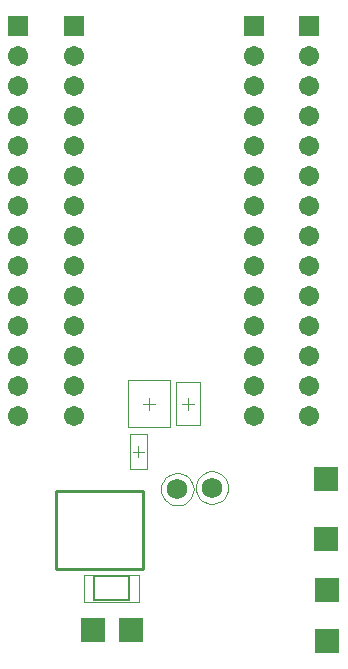
<source format=gbs>
G04*
G04 #@! TF.GenerationSoftware,Altium Limited,Altium Designer,20.1.10 (176)*
G04*
G04 Layer_Color=16711935*
%FSLAX25Y25*%
%MOIN*%
G70*
G04*
G04 #@! TF.SameCoordinates,D9A27F9E-3A59-452F-8F74-A4506583EE45*
G04*
G04*
G04 #@! TF.FilePolarity,Negative*
G04*
G01*
G75*
%ADD12C,0.01000*%
%ADD14C,0.00500*%
%ADD15C,0.00197*%
%ADD16C,0.00394*%
%ADD22R,0.08300X0.08300*%
%ADD23C,0.06902*%
%ADD24R,0.08300X0.08300*%
%ADD25R,0.06706X0.06706*%
%ADD26C,0.06706*%
D12*
X53961Y35024D02*
Y61024D01*
X24961D02*
X53961D01*
X24961Y35024D02*
Y61024D01*
Y35024D02*
X53961D01*
D14*
X37594Y24563D02*
X49406D01*
X37594D02*
Y32437D01*
X49406D01*
Y24563D02*
Y32437D01*
X37594Y24563D02*
X49406D01*
X37594D02*
Y32437D01*
X49406D01*
Y24563D02*
Y32437D01*
D15*
X82394Y62000D02*
X82302Y62991D01*
X82029Y63948D01*
X81586Y64839D01*
X80986Y65634D01*
X80250Y66304D01*
X79404Y66828D01*
X78476Y67188D01*
X77498Y67371D01*
X76502D01*
X75524Y67188D01*
X74596Y66828D01*
X73750Y66304D01*
X73014Y65634D01*
X72414Y64839D01*
X71970Y63948D01*
X71698Y62991D01*
X71606Y62000D01*
X71698Y61009D01*
X71970Y60052D01*
X72414Y59161D01*
X73014Y58366D01*
X73750Y57696D01*
X74596Y57172D01*
X75524Y56812D01*
X76502Y56629D01*
X77498D01*
X78476Y56812D01*
X79404Y57172D01*
X80250Y57696D01*
X80986Y58366D01*
X81586Y59161D01*
X82029Y60052D01*
X82302Y61009D01*
X82394Y62000D01*
X70894Y61500D02*
X70802Y62491D01*
X70530Y63448D01*
X70086Y64339D01*
X69486Y65134D01*
X68750Y65804D01*
X67904Y66328D01*
X66976Y66688D01*
X65998Y66871D01*
X65002D01*
X64024Y66688D01*
X63096Y66328D01*
X62250Y65804D01*
X61514Y65134D01*
X60914Y64339D01*
X60470Y63448D01*
X60198Y62491D01*
X60106Y61500D01*
X60198Y60509D01*
X60470Y59552D01*
X60914Y58661D01*
X61514Y57866D01*
X62250Y57196D01*
X63096Y56672D01*
X64024Y56312D01*
X65002Y56129D01*
X65998D01*
X66976Y56312D01*
X67904Y56672D01*
X68750Y57196D01*
X69486Y57866D01*
X70086Y58661D01*
X70530Y59552D01*
X70802Y60509D01*
X70894Y61500D01*
X49744Y68291D02*
X55256D01*
X49744Y79709D02*
X55256D01*
X49744Y68291D02*
Y79709D01*
X55256Y68291D02*
Y79709D01*
X72937Y82717D02*
Y97283D01*
X65063Y82717D02*
Y97283D01*
X72937D01*
X65063Y82717D02*
X72937D01*
X49110Y82126D02*
Y97874D01*
X62890Y82126D02*
Y97874D01*
X49110Y82126D02*
X62890D01*
X49110Y97874D02*
X62890D01*
X34406Y33028D02*
X52594D01*
X34406Y23972D02*
Y33028D01*
Y23972D02*
X52594D01*
Y33028D01*
D16*
X77000Y60032D02*
Y63969D01*
X75032Y62000D02*
X78969D01*
X77000Y60032D02*
Y63969D01*
X75032Y62000D02*
X78969D01*
X65500Y59532D02*
Y63469D01*
X63532Y61500D02*
X67469D01*
X65500Y59532D02*
Y63469D01*
X63532Y61500D02*
X67469D01*
X52500Y72228D02*
Y75772D01*
X50728Y74000D02*
X54272D01*
X67031Y90000D02*
X70968D01*
X69000Y88031D02*
Y91969D01*
X54032Y90000D02*
X57969D01*
X56000Y88032D02*
Y91969D01*
D22*
X115000Y65000D02*
D03*
X115500Y11000D02*
D03*
Y28000D02*
D03*
X115000Y45000D02*
D03*
D23*
X77000Y62000D02*
D03*
X65500Y61500D02*
D03*
D24*
X49949Y14484D02*
D03*
X37449D02*
D03*
D25*
X109500Y216000D02*
D03*
X12500D02*
D03*
X91000D02*
D03*
X31000D02*
D03*
D26*
X109500Y196000D02*
D03*
Y186000D02*
D03*
Y176000D02*
D03*
Y166000D02*
D03*
Y156000D02*
D03*
Y146000D02*
D03*
Y136000D02*
D03*
Y126000D02*
D03*
Y116000D02*
D03*
Y106000D02*
D03*
Y96000D02*
D03*
Y86000D02*
D03*
Y206000D02*
D03*
X12500Y196000D02*
D03*
Y186000D02*
D03*
Y176000D02*
D03*
Y166000D02*
D03*
Y156000D02*
D03*
Y146000D02*
D03*
Y136000D02*
D03*
Y126000D02*
D03*
Y116000D02*
D03*
Y106000D02*
D03*
Y96000D02*
D03*
Y86000D02*
D03*
Y206000D02*
D03*
X91000Y196000D02*
D03*
Y186000D02*
D03*
Y176000D02*
D03*
Y166000D02*
D03*
Y156000D02*
D03*
Y146000D02*
D03*
Y136000D02*
D03*
Y126000D02*
D03*
Y116000D02*
D03*
Y106000D02*
D03*
Y96000D02*
D03*
Y86000D02*
D03*
Y206000D02*
D03*
X31000Y196000D02*
D03*
Y186000D02*
D03*
Y176000D02*
D03*
Y166000D02*
D03*
Y156000D02*
D03*
Y146000D02*
D03*
Y136000D02*
D03*
Y126000D02*
D03*
Y116000D02*
D03*
Y106000D02*
D03*
Y96000D02*
D03*
Y86000D02*
D03*
Y206000D02*
D03*
M02*

</source>
